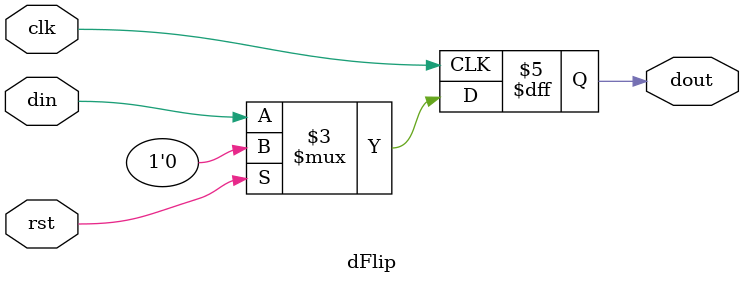
<source format=v>
module dFlip(clk,rst,din,dout);
input clk,rst,din;
output reg dout;
always @ (negedge clk)
begin
if(rst)
dout <= 1'b0;
else
dout <= din;
end
endmodule


</source>
